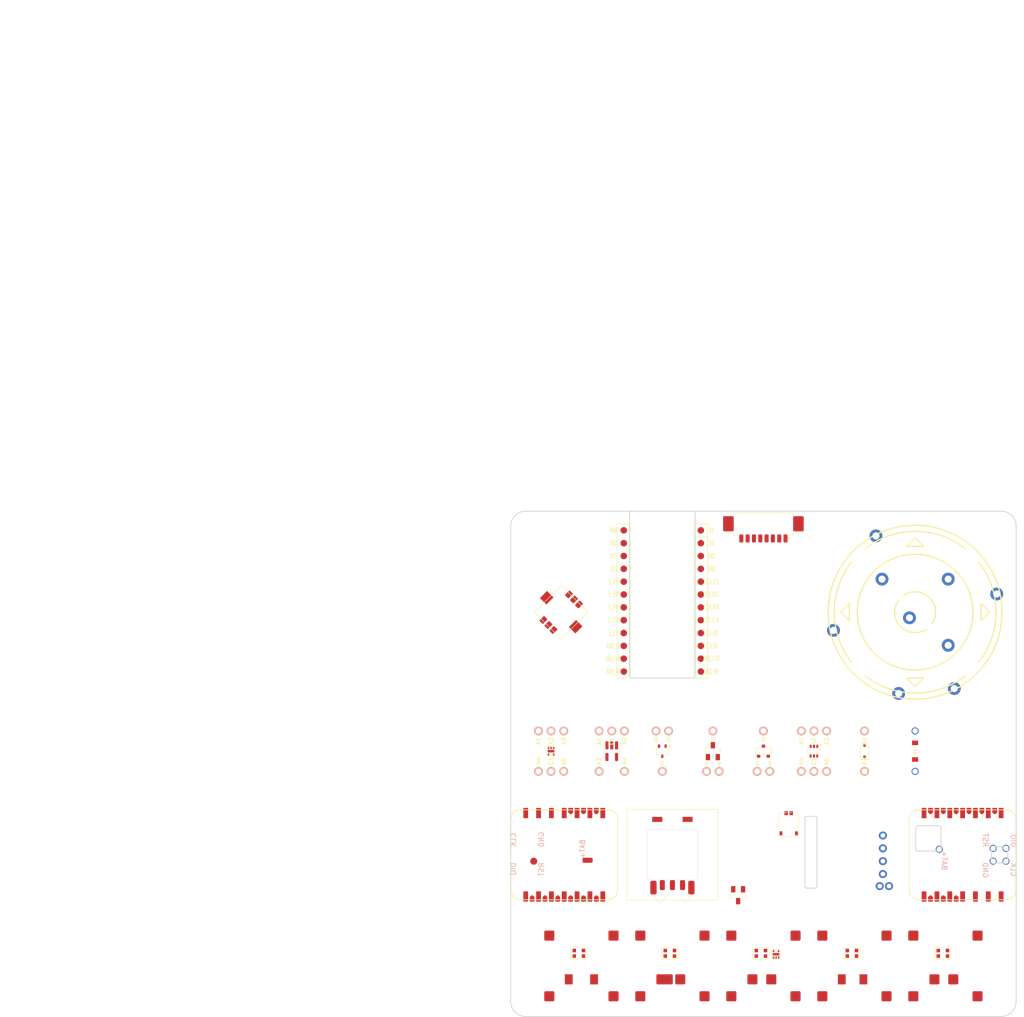
<source format=kicad_pcb>
(kicad_pcb (version 20240108) (generator "ergogen") (generator_version "4.1.0")
  (title_block (title "utility_board") (date "2025-06-29") (rev "v1.0.0") (company "Unknown"))
  (layers (0 "F.Cu" signal) (31 "B.Cu" signal) (34 "B.Paste" user) (35 "F.Paste" user) (36 "B.SilkS" user "B.Silkscreen") (37 "F.SilkS" user "F.Silkscreen") (38 "B.Mask" user) (39 "F.Mask" user) (44 "Edge.Cuts" user))
  (net 0 "")
  (net 1 "ANO_B")
  (net 2 "GND")
  (net 3 "ANO_CTR")
  (net 4 "ANO_DN")
  (net 5 "ANO_RT")
  (net 6 "ANO_UP")
  (net 7 "ANO_LT")
  (net 8 "5_LT")
  (net 9 "5_CTR")
  (net 10 "5_DN")
  (net 11 "5_UP")
  (net 12 "5_RT")
  (net 13 "3V3")
  (net 14 "LCD_DIN")
  (net 15 "LCD_CLK")
  (net 16 "LCD_CS")
  (net 17 "LCD_DC")
  (net 18 "LCD_RST")
  (net 19 "LCD_BL")
  (net 20 "RAW")
  (net 21 "RST")
  (net 22 "P101")
  (net 23 "P102")
  (net 24 "P107")
  (net 25 "MCU1_24")
  (net 26 "MCU1_1")
  (net 27 "MCU1_23")
  (net 28 "MCU1_2")
  (net 29 "MCU1_22")
  (net 30 "MCU1_3")
  (net 31 "MCU1_21")
  (net 32 "MCU1_4")
  (net 33 "MCU1_20")
  (net 34 "MCU1_5")
  (net 35 "MCU1_19")
  (net 36 "MCU1_6")
  (net 37 "MCU1_18")
  (net 38 "MCU1_7")
  (net 39 "MCU1_17")
  (net 40 "MCU1_8")
  (net 41 "MCU1_16")
  (net 42 "MCU1_9")
  (net 43 "MCU1_15")
  (net 44 "MCU1_10")
  (net 45 "MCU1_14")
  (net 46 "MCU1_11")
  (net 47 "MCU1_13")
  (net 48 "MCU1_12")
  (net 49 "1A1")
  (net 50 "1A2")
  (net 51 "1A3")
  (net 52 "1A4")
  (net 53 "1A5")
  (net 54 "1C1")
  (net 55 "2A1")
  (net 56 "2A2")
  (net 57 "2A3")
  (net 58 "2A4")
  (net 59 "2C1")
  (net 60 "3P1")
  (net 61 "3P2")
  (net 62 "3P3")
  (net 63 "4A1")
  (net 64 "4A2")
  (net 65 "4C1")
  (net 66 "5A1")
  (net 67 "5A2")
  (net 68 "5C1")
  (net 69 "6P1")
  (net 70 "6P2")
  (net 71 "6P3")
  (net 72 "6P4")
  (net 73 "6P5")
  (net 74 "6P6")
  (net 75 "7P1")
  (net 76 "7P2")
  (net 77 "C0")
  (net 78 "ckw12_to")
  (net 79 "ckw12_a")
  (net 80 "ckw12_b")
  (net 81 "C1")
  (net 82 "scroll_to")
  (net 83 "scroll_a")
  (net 84 "scroll_b")
  (net 85 "R1")
  (net 86 "pinky_home")
  (net 87 "ring_home")
  (net 88 "C2")
  (net 89 "middle_home")
  (net 90 "C3")
  (net 91 "index_home")
  (net 92 "C4")
  (net 93 "inner_home")
  (net 94 "R0")
  (net 95 "5V")
  (net 96 "P0.02")
  (net 97 "P0.03")
  (net 98 "P0.28")
  (net 99 "P0.29")
  (net 100 "ckw_a")
  (net 101 "P1.15")
  (net 102 "P0.15")
  (net 103 "P0.19")
  (net 104 "P1.01")
  (net 105 "P0.31")
  (net 106 "ckw_b")
  (net 107 "DIO")
  (net 108 "CLK")
  (footprint "ceoloide:mounting_hole_npth" (layer "F.Cu") (at 103 197 0)
    (property "Reference" "MH1" hide)
    (pad "" np_thru_hole circle (at 0 0 0) (size 2.2 2.2) (drill 2.2) (layers "*.Cu" "*.Mask"))
  )
  (footprint "ceoloide:mounting_hole_npth" (layer "F.Cu") (at 103 103 0)
    (property "Reference" "MH2" hide)
    (pad "" np_thru_hole circle (at 0 0 0) (size 2.2 2.2) (drill 2.2) (layers "*.Cu" "*.Mask"))
  )
  (footprint "ceoloide:mounting_hole_npth" (layer "F.Cu") (at 197 197 0)
    (property "Reference" "MH3" hide)
    (pad "" np_thru_hole circle (at 0 0 0) (size 2.2 2.2) (drill 2.2) (layers "*.Cu" "*.Mask"))
  )
  (footprint "ceoloide:mounting_hole_npth" (layer "F.Cu") (at 197 103 0)
    (property "Reference" "MH4" hide)
    (pad "" np_thru_hole circle (at 0 0 0) (size 2.2 2.2) (drill 2.2) (layers "*.Cu" "*.Mask"))
  )
  (footprint "mousebites_25mm" (at 120 140 90) (layer F.Cu)
    (property "Reference" "XX1" hide)
    (pad "" np_thru_hole circle (at -0.05 1.11 90) (size 0.5 0.5) (drill 0.5) (layers "F&B.Cu" "*.Mask"))
    (pad "" np_thru_hole circle (at -0.05 -1.85 90) (size 0.5 0.5) (drill 0.5) (layers "F&B.Cu" "*.Mask"))
    (pad "" np_thru_hole circle (at -0.05 0.37 90) (size 0.5 0.5) (drill 0.5) (layers "F&B.Cu" "*.Mask"))
    (pad "" np_thru_hole circle (at -0.05 -0.37 90) (size 0.5 0.5) (drill 0.5) (layers "F&B.Cu" "*.Mask"))
    (pad "" np_thru_hole circle (at -0.05 1.85 90) (size 0.5 0.5) (drill 0.5) (layers "F&B.Cu" "*.Mask"))
    (pad "" np_thru_hole circle (at -0.05 -1.11 90) (size 0.5 0.5) (drill 0.5) (layers "F&B.Cu" "*.Mask"))
    (fp_text reference "REF**" hide)
    (fp_text value "mousebites 2mm" hide)
  )
  (footprint "mousebites_25mm" (at 150 140 90) (layer F.Cu)
    (property "Reference" "XX2" hide)
    (pad "" np_thru_hole circle (at -0.05 1.11 90) (size 0.5 0.5) (drill 0.5) (layers "F&B.Cu" "*.Mask"))
    (pad "" np_thru_hole circle (at -0.05 -1.85 90) (size 0.5 0.5) (drill 0.5) (layers "F&B.Cu" "*.Mask"))
    (pad "" np_thru_hole circle (at -0.05 0.37 90) (size 0.5 0.5) (drill 0.5) (layers "F&B.Cu" "*.Mask"))
    (pad "" np_thru_hole circle (at -0.05 -0.37 90) (size 0.5 0.5) (drill 0.5) (layers "F&B.Cu" "*.Mask"))
    (pad "" np_thru_hole circle (at -0.05 1.85 90) (size 0.5 0.5) (drill 0.5) (layers "F&B.Cu" "*.Mask"))
    (pad "" np_thru_hole circle (at -0.05 -1.11 90) (size 0.5 0.5) (drill 0.5) (layers "F&B.Cu" "*.Mask"))
    (fp_text reference "REF**" hide)
    (fp_text value "mousebites 2mm" hide)
  )
  (footprint "mousebites_25mm" (at 180 140 90) (layer F.Cu)
    (property "Reference" "XX3" hide)
    (pad "" np_thru_hole circle (at -0.05 1.11 90) (size 0.5 0.5) (drill 0.5) (layers "F&B.Cu" "*.Mask"))
    (pad "" np_thru_hole circle (at -0.05 -1.85 90) (size 0.5 0.5) (drill 0.5) (layers "F&B.Cu" "*.Mask"))
    (pad "" np_thru_hole circle (at -0.05 0.37 90) (size 0.5 0.5) (drill 0.5) (layers "F&B.Cu" "*.Mask"))
    (pad "" np_thru_hole circle (at -0.05 -0.37 90) (size 0.5 0.5) (drill 0.5) (layers "F&B.Cu" "*.Mask"))
    (pad "" np_thru_hole circle (at -0.05 1.85 90) (size 0.5 0.5) (drill 0.5) (layers "F&B.Cu" "*.Mask"))
    (pad "" np_thru_hole circle (at -0.05 -1.11 90) (size 0.5 0.5) (drill 0.5) (layers "F&B.Cu" "*.Mask"))
    (fp_text reference "REF**" hide)
    (fp_text value "mousebites 2mm" hide)
  )
  (footprint "mousebites_25mm" (at 120 155 90) (layer F.Cu)
    (property "Reference" "XX4" hide)
    (pad "" np_thru_hole circle (at -0.05 1.11 90) (size 0.5 0.5) (drill 0.5) (layers "F&B.Cu" "*.Mask"))
    (pad "" np_thru_hole circle (at -0.05 -1.85 90) (size 0.5 0.5) (drill 0.5) (layers "F&B.Cu" "*.Mask"))
    (pad "" np_thru_hole circle (at -0.05 0.37 90) (size 0.5 0.5) (drill 0.5) (layers "F&B.Cu" "*.Mask"))
    (pad "" np_thru_hole circle (at -0.05 -0.37 90) (size 0.5 0.5) (drill 0.5) (layers "F&B.Cu" "*.Mask"))
    (pad "" np_thru_hole circle (at -0.05 1.85 90) (size 0.5 0.5) (drill 0.5) (layers "F&B.Cu" "*.Mask"))
    (pad "" np_thru_hole circle (at -0.05 -1.11 90) (size 0.5 0.5) (drill 0.5) (layers "F&B.Cu" "*.Mask"))
    (fp_text reference "REF**" hide)
    (fp_text value "mousebites 2mm" hide)
  )
  (footprint "mousebites_25mm" (at 150 155 90) (layer F.Cu)
    (property "Reference" "XX5" hide)
    (pad "" np_thru_hole circle (at -0.05 1.11 90) (size 0.5 0.5) (drill 0.5) (layers "F&B.Cu" "*.Mask"))
    (pad "" np_thru_hole circle (at -0.05 -1.85 90) (size 0.5 0.5) (drill 0.5) (layers "F&B.Cu" "*.Mask"))
    (pad "" np_thru_hole circle (at -0.05 0.37 90) (size 0.5 0.5) (drill 0.5) (layers "F&B.Cu" "*.Mask"))
    (pad "" np_thru_hole circle (at -0.05 -0.37 90) (size 0.5 0.5) (drill 0.5) (layers "F&B.Cu" "*.Mask"))
    (pad "" np_thru_hole circle (at -0.05 1.85 90) (size 0.5 0.5) (drill 0.5) (layers "F&B.Cu" "*.Mask"))
    (pad "" np_thru_hole circle (at -0.05 -1.11 90) (size 0.5 0.5) (drill 0.5) (layers "F&B.Cu" "*.Mask"))
    (fp_text reference "REF**" hide)
    (fp_text value "mousebites 2mm" hide)
  )
  (footprint "mousebites_25mm" (at 180 155 90) (layer F.Cu)
    (property "Reference" "XX6" hide)
    (pad "" np_thru_hole circle (at -0.05 1.11 90) (size 0.5 0.5) (drill 0.5) (layers "F&B.Cu" "*.Mask"))
    (pad "" np_thru_hole circle (at -0.05 -1.85 90) (size 0.5 0.5) (drill 0.5) (layers "F&B.Cu" "*.Mask"))
    (pad "" np_thru_hole circle (at -0.05 0.37 90) (size 0.5 0.5) (drill 0.5) (layers "F&B.Cu" "*.Mask"))
    (pad "" np_thru_hole circle (at -0.05 -0.37 90) (size 0.5 0.5) (drill 0.5) (layers "F&B.Cu" "*.Mask"))
    (pad "" np_thru_hole circle (at -0.05 1.85 90) (size 0.5 0.5) (drill 0.5) (layers "F&B.Cu" "*.Mask"))
    (pad "" np_thru_hole circle (at -0.05 -1.11 90) (size 0.5 0.5) (drill 0.5) (layers "F&B.Cu" "*.Mask"))
    (fp_text reference "REF**" hide)
    (fp_text value "mousebites 2mm" hide)
  )
  (footprint "ENCODER_ANO" (at 180 120 45) (layer "F.Cu")
    (property "Reference" "RE1" hide)
    (pad "" np_thru_hole circle (at -15 0 45) (size 4 4) (drill 4) (layers "*.Cu" "*.Mask"))
    (pad "" np_thru_hole circle (at 0 -15 45) (size 4 4) (drill 4) (layers "*.Cu" "*.Mask"))
    (pad "" np_thru_hole circle (at 0 -4.5 45) (size 1.6 1.6) (drill 1.6) (layers "*.Cu" "*.Mask"))
    (pad "" np_thru_hole circle (at 0 4.5 45) (size 1.6 1.6) (drill 1.6) (layers "*.Cu" "*.Mask"))
    (pad "" np_thru_hole circle (at 0 15 45) (size 4 4) (drill 4) (layers "*.Cu" "*.Mask"))
    (pad "" np_thru_hole circle (at 15 0 45) (size 4 4) (drill 4) (layers "*.Cu" "*.Mask"))
    (pad "A" thru_hole circle (at 0 9.26 45) (size 2.54 2.54) (drill 1.4) (layers "*.Cu" "*.Mask") (net 1 "ANO_B"))
    (pad "B" thru_hole circle (at 9.26 0 45) (size 2.54 2.54) (drill 1.4) (layers "*.Cu" "*.Mask") (net 1 "ANO_B"))
    (pad "COM_A" thru_hole circle (at 0 -9.26 45) (size 2.54 2.54) (drill 1.4) (layers "*.Cu" "*.Mask") (net 2 "GND"))
    (pad "COM_B" thru_hole circle (at -13.67 9.07 45) (size 2.54 2.54) (drill 1.4) (layers "*.Cu" "*.Mask") (net 2 "GND"))
    (pad "S1" thru_hole circle (at -1.57 0 45) (size 2.54 2.54) (drill 1.4) (layers "*.Cu" "*.Mask") (net 3 "ANO_CTR"))
    (pad "S2" thru_hole circle (at -5.2 16.16 45) (size 2.54 2.54) (drill 1.4) (layers "*.Cu" "*.Mask") (net 4 "ANO_DN"))
    (pad "S3" thru_hole circle (at 13.97 8.87 45) (size 2.54 2.54) (drill 1.4) (layers "*.Cu" "*.Mask") (net 5 "ANO_RT"))
    (pad "S4" thru_hole circle (at 5.2 -16.16 45) (size 2.54 2.54) (drill 1.4) (layers "*.Cu" "*.Mask") (net 6 "ANO_UP"))
    (pad "S5" thru_hole circle (at -13.97 -8.87 45) (size 2.54 2.54) (drill 1.4) (layers "*.Cu" "*.Mask") (net 7 "ANO_LT"))
  )
  (footprint "SKRHADE010_naked" (at 110 120 0) (layer "F.Cu")
    (property "Reference" "MDS1" hide)
    (pad "" smd rect (at -2.863782 -2.863782 45) (size 2 1.8) (layers "F.Cu" "F.Mask" "F.Paste"))
    (pad "" np_thru_hole circle (at -1.343503 -1.343503 45) (size 0.75 0.75) (drill 0.75) (layers "F&B.Cu" "*.Mask"))
    (pad "" np_thru_hole circle (at 1.343503 1.343503 45) (size 1.05 1.05) (drill 1.05) (layers "F&B.Cu" "*.Mask"))
    (pad "" smd rect (at 2.863782 2.863782 45) (size 2 1.8) (layers "F.Cu" "F.Mask" "F.Paste"))
    (pad "1" smd roundrect (at -3.517856 1.537957 45) (size 1.35 1) (layers "F.Cu" "F.Mask" "F.Paste") (roundrect_rratio 0.15) (net 8 "5_LT"))
    (pad "2" smd roundrect (at -2.527907 2.527907 45) (size 1.35 1) (layers "F.Cu" "F.Mask" "F.Paste") (roundrect_rratio 0.15) (net 9 "5_CTR"))
    (pad "3" smd roundrect (at -1.537957 3.517856 45) (size 1.35 1) (layers "F.Cu" "F.Mask" "F.Paste") (roundrect_rratio 0.15) (net 10 "5_DN"))
    (pad "4" smd roundrect (at 1.537957 -3.517856 45) (size 1.35 1) (layers "F.Cu" "F.Mask" "F.Paste") (roundrect_rratio 0.15) (net 11 "5_UP"))
    (pad "5" smd roundrect (at 2.527907 -2.527907 45) (size 1.35 1) (layers "F.Cu" "F.Mask" "F.Paste") (roundrect_rratio 0.15) (net 2 "GND"))
    (pad "6" smd roundrect (at 3.517856 -1.537957 45) (size 1.35 1) (layers "F.Cu" "F.Mask" "F.Paste") (roundrect_rratio 0.15) (net 12 "5_RT"))
  )
  (footprint "Molex_PicoBlade_53261-0871_1x08-1MP_P1.25mm_Horizontal" (at 150 103 180) (layer "F.Cu")
    (property "Reference" "CONN1" hide)
    (pad "1" smd roundrect (at -4.375 -2.4 180) (size 0.8 1.6) (layers "F.Cu" "F.Mask" "F.Paste") (net 13 "3V3"))
    (pad "2" smd roundrect (at -3.125 -2.4 180) (size 0.8 1.6) (layers "F.Cu" "F.Mask" "F.Paste") (net 2 "GND"))
    (pad "3" smd roundrect (at -1.875 -2.4 180) (size 0.8 1.6) (layers "F.Cu" "F.Mask" "F.Paste") (net 14 "LCD_DIN"))
    (pad "4" smd roundrect (at -0.625 -2.4 180) (size 0.8 1.6) (layers "F.Cu" "F.Mask" "F.Paste") (net 15 "LCD_CLK"))
    (pad "5" smd roundrect (at 0.625 -2.4 180) (size 0.8 1.6) (layers "F.Cu" "F.Mask" "F.Paste") (net 16 "LCD_CS"))
    (pad "6" smd roundrect (at 1.875 -2.4 180) (size 0.8 1.6) (layers "F.Cu" "F.Mask" "F.Paste") (net 17 "LCD_DC"))
    (pad "7" smd roundrect (at 3.125 -2.4 180) (size 0.8 1.6) (layers "F.Cu" "F.Mask" "F.Paste") (net 18 "LCD_RST"))
    (pad "8" smd roundrect (at 4.375 -2.4 180) (size 0.8 1.6) (layers "F.Cu" "F.Mask" "F.Paste") (net 19 "LCD_BL"))
    (pad "MP" smd roundrect (at -6.925 0.5 180) (size 2.1 3) (layers "F.Cu" "F.Mask" "F.Paste") (roundrect_rratio 0.119048) (net 0 ""))
    (pad "MP" smd roundrect (at 6.925 0.5 180) (size 2.1 3) (layers "F.Cu" "F.Mask" "F.Paste") (roundrect_rratio 0.119048) (net 0 ""))
  )
  (footprint "ceoloide:mcu_nice_nano" (layer "F.Cu") (at 130 116.5 0)
    (property "Reference" "MCU1" hide)
    (pad "24" smd circle (at -7.62 -12.7 0) (size 1.3 1.3) (drill 1) (layers "F.Cu" "F.Mask" "F.Paste") (net 20 "RAW"))
    (pad "1" smd circle (at 7.62 -12.7 0) (size 1.3 1.3) (drill 1) (layers "F.Cu" "F.Mask" "F.Paste") (net 0 ""))
    (fp_text user "RAW" (at -9.7 -12.7 0) (layer "F.SilkS") (effects (font (size 1 .5) (thickness 0.1))))
    (fp_text user "D1" (at 9.7 -12.7 0) (layer "F.SilkS") (effects (font (size 1 .5) (thickness 0.1))))
    (pad "23" smd circle (at -7.62 -10.16 0) (size 1.3 1.3) (drill 1) (layers "F.Cu" "F.Mask" "F.Paste") (net 2 "GND"))
    (pad "2" smd circle (at 7.62 -10.16 0) (size 1.3 1.3) (drill 1) (layers "F.Cu" "F.Mask" "F.Paste") (net 0 ""))
    (fp_text user "GND" (at -9.7 -10.16 0) (layer "F.SilkS") (effects (font (size 1 .5) (thickness 0.1))))
    (fp_text user "D0" (at 9.7 -10.16 0) (layer "F.SilkS") (effects (font (size 1 .5) (thickness 0.1))))
    (pad "22" smd circle (at -7.62 -7.619999999999999 0) (size 1.3 1.3) (drill 1) (layers "F.Cu" "F.Mask" "F.Paste") (net 21 "RST"))
    (pad "3" smd circle (at 7.62 -7.619999999999999 0) (size 1.3 1.3) (drill 1) (layers "F.Cu" "F.Mask" "F.Paste") (net 2 "GND"))
    (fp_text user "RST" (at -9.7 -7.619999999999999 0) (layer "F.SilkS") (effects (font (size 1 .5) (thickness 0.1))))
    (fp_text user "GND" (at 9.7 -7.619999999999999 0) (layer "F.SilkS") (effects (font (size 1 .5) (thickness 0.1))))
    (pad "21" smd circle (at -7.62 -5.079999999999999 0) (size 1.3 1.3) (drill 1) (layers "F.Cu" "F.Mask" "F.Paste") (net 13 "3V3"))
    (pad "4" smd circle (at 7.62 -5.079999999999999 0) (size 1.3 1.3) (drill 1) (layers "F.Cu" "F.Mask" "F.Paste") (net 2 "GND"))
    (fp_text user "3V3" (at -9.7 -5.079999999999999 0) (layer "F.SilkS") (effects (font (size 1 .5) (thickness 0.1))))
    (fp_text user "GND" (at 9.7 -5.079999999999999 0) (layer "F.SilkS") (effects (font (size 1 .5) (thickness 0.1))))
    (pad "20" smd circle (at -7.62 -2.539999999999999 0) (size 1.3 1.3) (drill 1) (layers "F.Cu" "F.Mask" "F.Paste") (net 12 "5_RT"))
    (pad "5" smd circle (at 7.62 -2.539999999999999 0) (size 1.3 1.3) (drill 1) (layers "F.Cu" "F.Mask" "F.Paste") (net 16 "LCD_CS"))
    (fp_text user "5_RT" (at -9.7 -2.539999999999999 0) (layer "F.SilkS") (effects (font (size 1 .5) (thickness 0.1))))
    (fp_text user "LCD_CS" (at 9.7 -2.539999999999999 0) (layer "F.SilkS") (effects (font (size 1 .5) (thickness 0.1))))
    (pad "19" smd circle (at -7.62 0 0) (size 1.3 1.3) (drill 1) (layers "F.Cu" "F.Mask" "F.Paste") (net 11 "5_UP"))
    (pad "6" smd circle (at 7.62 0 0) (size 1.3 1.3) (drill 1) (layers "F.Cu" "F.Mask" "F.Paste") (net 18 "LCD_RST"))
    (fp_text user "5_UP" (at -9.7 0 0) (layer "F.SilkS") (effects (font (size 1 .5) (thickness 0.1))))
    (fp_text user "LCD_RST" (at 9.7 0 0) (layer "F.SilkS") (effects (font (size 1 .5) (thickness 0.1))))
    (pad "18" smd circle (at -7.62 2.540000000000001 0) (size 1.3 1.3) (drill 1) (layers "F.Cu" "F.Mask" "F.Paste") (net 10 "5_DN"))
    (pad "7" smd circle (at 7.62 2.540000000000001 0) (size 1.3 1.3) (drill 1) (layers "F.Cu" "F.Mask" "F.Paste") (net 14 "LCD_DIN"))
    (fp_text user "5_DN" (at -9.7 2.540000000000001 0) (layer "F.SilkS") (effects (font (size 1 .5) (thickness 0.1))))
    (fp_text user "LCD_DIN" (at 9.7 2.540000000000001 0) (layer "F.SilkS") (effects (font (size 1 .5) (thickness 0.1))))
    (pad "17" smd circle (at -7.62 5.080000000000002 0) (size 1.3 1.3) (drill 1) (layers "F.Cu" "F.Mask" "F.Paste") (net 9 "5_CTR"))
    (pad "8" smd circle (at 7.62 5.080000000000002 0) (size 1.3 1.3) (drill 1) (layers "F.Cu" "F.Mask" "F.Paste") (net 15 "LCD_CLK"))
    (fp_text user "5_CTR" (at -9.7 5.080000000000002 0) (layer "F.SilkS") (effects (font (size 1 .5) (thickness 0.1))))
    (fp_text user "LCD_CLK" (at 9.7 5.080000000000002 0) (layer "F.SilkS") (effects (font (size 1 .5) (thickness 0.1))))
    (pad "16" smd circle (at -7.62 7.620000000000001 0) (size 1.3 1.3) (drill 1) (layers "F.Cu" "F.Mask" "F.Paste") (net 8 "5_LT"))
    (pad "9" smd circle (at 7.62 7.620000000000001 0) (size 1.3 1.3) (drill 1) (layers "F.Cu" "F.Mask" "F.Paste") (net 17 "LCD_DC"))
    (fp_text user "5_LT" (at -9.7 7.620000000000001 0) (layer "F.SilkS") (effects (font (size 1 .5) (thickness 0.1))))
    (fp_text user "LCD_DC" (at 9.7 7.620000000000001 0) (layer "F.SilkS") (effects (font (size 1 .5) (thickness 0.1))))
    (pad "15" smd circle (at -7.62 10.16 0) (size 1.3 1.3) (drill 1) (layers "F.Cu" "F.Mask" "F.Paste") (net 7 "ANO_LT"))
    (pad "10" smd circle (at 7.62 10.16 0) (size 1.3 1.3) (drill 1) (layers "F.Cu" "F.Mask" "F.Paste") (net 19 "LCD_BL"))
    (fp_text user "ANO_LT" (at -9.7 10.16 0) (layer "F.SilkS") (effects (font (size 1 .5) (thickness 0.1))))
    (fp_text user "LCD_BL" (at 9.7 10.16 0) (layer "F.SilkS") (effects (font (size 1 .5) (thickness 0.1))))
    (pad "14" smd circle (at -7.62 12.7 0) (size 1.3 1.3) (drill 1) (layers "F.Cu" "F.Mask" "F.Paste") (net 6 "ANO_UP"))
    (pad "11" smd circle (at 7.62 12.7 0) (size 1.3 1.3) (drill 1) (layers "F.Cu" "F.Mask" "F.Paste") (net 3 "ANO_CTR"))
    (fp_text user "ANO_UP" (at -9.7 12.7 0) (layer "F.SilkS") (effects (font (size 1 .5) (thickness 0.1))))
    (fp_text user "ANO_CTR" (at 9.7 12.7 0) (layer "F.SilkS") (effects (font (size 1 .5) (thickness 0.1))))
    (pad "13" smd circle (at -7.62 15.240000000000002 0) (size 1.3 1.3) (drill 1) (layers "F.Cu" "F.Mask" "F.Paste") (net 5 "ANO_RT"))
    (pad "12" smd circle (at 7.62 15.240000000000002 0) (size 1.3 1.3) (drill 1) (layers "F.Cu" "F.Mask" "F.Paste") (net 4 "ANO_DN"))
    (fp_text user "ANO_RT" (at -9.7 15.240000000000002 0) (layer "F.SilkS") (effects (font (size 1 .5) (thickness 0.1))))
    (fp_text user "ANO_DN" (at 9.7 15.240000000000002 0) (layer "F.SilkS") (effects (font (size 1 .5) (thickness 0.1))))
  )
  (footprint "D_MMBD4148PLM" (at 108 147.5 0) (layer F.Cu)
    (property "Reference" "D1" hide)
    (pad "1" smd roundrect (at -0.5 -0.6875 180) (size 0.3 0.525) (layers "F.Cu" "F.Mask" "F.Paste") (roundrect_rratio 0.15) (net 49 "1A1"))
    (pad "2" smd roundrect (at 0 -0.6875 180) (size 0.3 0.525) (layers "F.Cu" "F.Mask" "F.Paste") (roundrect_rratio 0.15) (net 50 "1A2"))
    (pad "3" smd roundrect (at 0.5 -0.6875 180) (size 0.3 0.525) (layers "F.Cu" "F.Mask" "F.Paste") (roundrect_rratio 0.15) (net 51 "1A3"))
    (pad "4" smd roundrect (at -0.5 0.6875 180) (size 0.3 0.525) (layers "F.Cu" "F.Mask" "F.Paste") (roundrect_rratio 0.15) (net 52 "1A4"))
    (pad "5" smd roundrect (at 0.5 0.6875 180) (size 0.3 0.525) (layers "F.Cu" "F.Mask" "F.Paste") (roundrect_rratio 0.15) (net 53 "1A5"))
    (pad "6" smd roundrect (at 0 0 180) (size 1.3 0.5) (layers "F.Cu" "F.Mask" "F.Paste") (roundrect_rratio 0.15) (net 54 "1C1"))
  )
  (module 5diode_Breakout_Holes (layer F.Cu) (at 108 147.5 0)
    (fp_text reference "XX7" hide)
    (fp_text value "" hide)
    (fp_text user A1 (at -2.5 -2 90) (layer F.SilkS) (effects (font (size 0.8 0.8))))
    (fp_text user A2 (at 0 -2 90) (layer F.SilkS) (effects (font (size 0.8 0.8))))
    (fp_text user A3 (at 2.5 -2 90) (layer F.SilkS) (effects (font (size 0.8 0.8))))
    (fp_text user A4 (at -2.5 2 90) (layer F.SilkS) (effects (font (size 0.8 0.8))))
    (fp_text user A5 (at 2.5 2 90) (layer F.SilkS) (effects (font (size 0.8 0.8))))
    (fp_text user C1 (at 0 2 90) (layer F.SilkS) (effects (font (size 0.8 0.8))))
    (pad 1 thru_hole circle (at -2.5 -4 0) (size 1.7526 1.7526) (drill 1.0922) (layers *.Cu *.SilkS *.Mask) (net 49 "1A1"))
    (pad 2 thru_hole circle (at 0 -4 0) (size 1.7526 1.7526) (drill 1.0922) (layers *.Cu *.SilkS *.Mask) (net 50 "1A2"))
    (pad 3 thru_hole circle (at 2.5 -4 0) (size 1.7526 1.7526) (drill 1.0922) (layers *.Cu *.SilkS *.Mask) (net 51 "1A3"))
    (pad 4 thru_hole circle (at -2.5 4 0) (size 1.7526 1.7526) (drill 1.0922) (layers *.Cu *.SilkS *.Mask) (net 52 "1A4"))
    (pad 6 thru_hole circle (at 2.5 4 0) (size 1.7526 1.7526) (drill 1.0922) (layers *.Cu *.SilkS *.Mask) (net 53 "1A5"))
    (pad 5 thru_hole circle (at 0 4 0) (size 1.7526 1.7526) (drill 1.0922) (layers *.Cu *.SilkS *.Mask) (net 54 "1C1"))
  )
  (footprint "SC-74A-5_1.55x2.9mm_P0.95mm" (at 120 147.5 -90) (layer "F.Cu")
    (property "Reference" "XX8" hide)
    (pad "1" smd roundrect (at -1.15 -0.95 -90) (size 1.6 0.6) (layers "F.Cu" "F.Mask" "F.Paste") (net 55 "2A1"))
    (pad "2" smd roundrect (at -1.15 0 -90) (size 1.6 0.6) (layers "F.Cu" "F.Mask" "F.Paste") (net 59 "2C1"))
    (pad "3" smd roundrect (at -1.15 0.95 -90) (size 1.6 0.6) (layers "F.Cu" "F.Mask" "F.Paste") (net 56 "2A2"))
    (pad "4" smd roundrect (at 1.15 0.95 -90) (size 1.6 0.6) (layers "F.Cu" "F.Mask" "F.Paste") (net 57 "2A3"))
    (pad "5" smd roundrect (at 1.15 -0.95 -90) (size 1.6 0.6) (layers "F.Cu" "F.Mask" "F.Paste") (net 58 "2A4"))
  )
  (module 5diode_Breakout_Holes (layer F.Cu) (at 120 147.5 0)
    (fp_text reference "XX9" hide)
    (fp_text value "" hide)
    (fp_text user A1 (at -2.5 -2 90) (layer F.SilkS) (effects (font (size 0.8 0.8))))
    (fp_text user C1 (at 0 -2 90) (layer F.SilkS) (effects (font (size 0.8 0.8))))
    (fp_text user A2 (at 2.5 -2 90) (layer F.SilkS) (effects (font (size 0.8 0.8))))
    (fp_text user A3 (at -2.5 2 90) (layer F.SilkS) (effects (font (size 0.8 0.8))))
    (fp_text user A4 (at 2.5 2 90) (layer F.SilkS) (effects (font (size 0.8 0.8))))
    (pad 1 thru_hole circle (at -2.5 -4 0) (size 1.7526 1.7526) (drill 1.0922) (layers *.Cu *.SilkS *.Mask) (net 56 "2A2"))
    (pad 2 thru_hole circle (at 0 -4 0) (size 1.7526 1.7526) (drill 1.0922) (layers *.Cu *.SilkS *.Mask) (net 59 "2C1"))
    (pad 3 thru_hole circle (at 2.5 -4 0) (size 1.7526 1.7526) (drill 1.0922) (layers *.Cu *.SilkS *.Mask) (net 55 "2A1"))
    (pad 4 thru_hole circle (at -2.5 4 0) (size 1.7526 1.7526) (drill 1.0922) (layers *.Cu *.SilkS *.Mask) (net 57 "2A3"))
    (pad 5 thru_hole circle (at 2.5 4 0) (size 1.7526 1.7526) (drill 1.0922) (layers *.Cu *.SilkS *.Mask) (net 58 "2A4"))
  )
  (footprint "SOT-323_SC-70" (at 130 147.5 -90) (layer "F.Cu")
    (property "Reference" "XX10" hide)
    (pad "1" smd roundrect (at -1 -0.65 180) (size 0.45 0.7) (layers "F.Cu" "F.Mask" "F.Paste") (net 60 "3P1"))
    (pad "2" smd roundrect (at -1 0.65 180) (size 0.45 0.7) (layers "F.Cu" "F.Mask" "F.Paste") (net 61 "3P2"))
    (pad "3" smd roundrect (at 1 0 180) (size 0.45 0.7) (layers "F.Cu" "F.Mask" "F.Paste") (net 62 "3P3"))
  )
  (module 5diode_Breakout_Holes (layer F.Cu) (at 130 147.5 0)
    (fp_text reference "XX11" hide)
    (fp_text value "" hide)
    (fp_text user A1 (at 1.25 -2.4 90) (layer F.SilkS) (effects (font (size 0.5 0.5))))
    (fp_text user A2 (at -1.25 -2.4 90) (layer F.SilkS) (effects (font (size 0.5 0.5))))
    (fp_text user C1 (at 0 2.4 90) (layer F.SilkS) (effects (font (size 0.5 0.5))))
    (pad 1 thru_hole circle (at 1.25 -4 0) (size 1.7526 1.7526) (drill 1.0922) (layers *.Cu *.SilkS *.Mask) (net 60 "3P1"))
    (pad 2 thru_hole circle (at -1.25 -4 0) (size 1.7526 1.7526) (drill 1.0922) (layers *.Cu *.SilkS *.Mask) (net 61 "3P2"))
    (pad 3 thru_hole circle (at 0 4 0) (size 1.7526 1.7526) (drill 1.0922) (layers *.Cu *.SilkS *.Mask) (net 62 "3P3"))
  )
  (footprint "BAV70 SOT23" (layer "F.Cu") (at 140 147.5 0)
    (property "Reference" "D2" hide)
    (fp_text value "BAV70")
    (pad "1" smd roundrect (at -0.9749999999999999 1.175 0) (size 0.85 1.25) (layers "F.Cu" "F.Paste" "F.Mask") (roundrect_rratio 0.1) (net 63 "4A1"))
    (pad "2" smd roundrect (at 0.9749999999999999 1.175 0) (size 0.85 1.25) (layers "F.Cu" "F.Paste" "F.Mask") (roundrect_rratio 0.1) (net 64 "4A2"))
    (pad "3" smd roundrect (at 0 -1.175 0) (size 0.85 1.25) (layers "F.Cu" "F.Paste" "F.Mask") (roundrect_rratio 0.1) (net 65 "4C1"))
  )
  (module 5diode_Breakout_Holes (layer F.Cu) (at 140 147.5 180)
    (fp_text reference "XX12" hide)
    (fp_text value "" hide)
    (fp_text user A1 (at 1.25 -2.4 270) (layer F.SilkS) (effects (font (size 0.5 0.5))))
    (fp_text user A2 (at -1.25 -2.4 270) (layer F.SilkS) (effects (font (size 0.5 0.5))))
    (fp_text user C1 (at 0 2.4 270) (layer F.SilkS) (effects (font (size 0.5 0.5))))
    (pad 1 thru_hole circle (at 1.25 -4 0) (size 1.7526 1.7526) (drill 1.0922) (layers *.Cu *.SilkS *.Mask) (net 63 "4A1"))
    (pad 2 thru_hole circle (at -1.25 -4 0) (size 1.7526 1.7526) (drill 1.0922) (layers *.Cu *.SilkS *.Mask) (net 64 "4A2"))
    (pad 3 thru_hole circle (at 0 4 0) (size 1.7526 1.7526) (drill 1.0922) (layers *.Cu *.SilkS *.Mask) (net 65 "4C1"))
  )
  (footprint "SOT-23" (at 150 147.5 0) (layer F.Cu)
    (property "Reference" "D3" hide)
    (pad "1" smd roundrect (at -0.95 1 0) (size 0.7 0.6) (layers "F.Cu" "F.Mask" "F.Paste") (net 66 "5A1"))
    (pad "2" smd roundrect (at 0.95 1 0) (size 0.7 0.6) (layers "F.Cu" "F.Mask" "F.Paste") (net 67 "5A2"))
    (pad "3" smd roundrect (at 0 -1 0) (size 0.7 0.6) (layers "F.Cu" "F.Mask" "F.Paste") (net 68 "5C1"))
  )
  (module 5diode_Breakout_Holes (layer F.Cu) (at 150 147.5 180)
    (fp_text reference "XX13" hide)
    (fp_text value "" hide)
    (fp_text user A1 (at 1.25 -2.4 270) (layer F.SilkS) (effects (font (size 0.5 0.5))))
    (fp_text user A2 (at -1.25 -2.4 270) (layer F.SilkS) (effects (font (size 0.5 0.5))))
    (fp_text user C1 (at 0 2.4 270) (layer F.SilkS) (effects (font (size 0.5 0.5))))
    (pad 1 thru_hole circle (at 1.25 -4 0) (size 1.7526 1.7526) (drill 1.0922) (layers *.Cu *.SilkS *.Mask) (net 66 "5A1"))
    (pad 2 thru_hole circle (at -1.25 -4 0) (size 1.7526 1.7526) (drill 1.0922) (layers *.Cu *.SilkS *.Mask) (net 67 "5A2"))
    (pad 3 thru_hole circle (at 0 4 0) (size 1.7526 1.7526) (drill 1.0922) (layers *.Cu *.SilkS *.Mask) (net 68 "5C1"))
  )
  (footprint "SOT-363_SC-70-6" (at 160 147.5 -90) (layer "F.Cu")
    (property "Reference" "XX14" hide)
    (pad "1" smd roundrect (at -0.95 -0.65 -90) (size 0.65 0.4) (layers "F.Cu" "F.Mask" "F.Paste") (net 69 "6P1"))
    (pad "2" smd roundrect (at -0.95 0 -90) (size 0.65 0.4) (layers "F.Cu" "F.Mask" "F.Paste") (net 70 "6P2"))
    (pad "3" smd roundrect (at -0.95 0.65 -90) (size 0.65 0.4) (layers "F.Cu" "F.Mask" "F.Paste") (net 71 "6P3"))
    (pad "4" smd roundrect (at 0.95 0.65 -90) (size 0.65 0.4) (layers "F.Cu" "F.Mask" "F.Paste") (net 72 "6P4"))
    (pad "5" smd roundrect (at 0.95 0 -90) (size 0.65 0.4) (layers "F.Cu" "F.Mask" "F.Paste") (net 73 "6P5"))
    (pad "6" smd roundrect (at 0.95 -0.65 -90) (size 0.65 0.4) (layers "F.Cu" "F.Mask" "F.Paste") (net 74 "6P6"))
  )
  (module 5diode_Breakout_Holes (layer F.Cu) (at 160 147.5 0)
    (fp_text reference "XX15" hide)
    (fp_text value "" hide)
    (fp_text user A1 (at -2.5 -2 90) (layer F.SilkS) (effects (font (size 0.8 0.8))))
    (fp_text user A2 (at 0 -2 90) (layer F.SilkS) (effects (font (size 0.8 0.8))))
    (fp_text user A3 (at 2.5 -2 90) (layer F.SilkS) (effects (font (size 0.8 0.8))))
    (fp_text user A4 (at -2.5 2 90) (layer F.SilkS) (effects (font (size 0.8 0.8))))
    (fp_text user A5 (at 2.5 2 90) (layer F.SilkS) (effects (font (size 0.8 0.8))))
    (fp_text user C1 (at 0 2 90) (layer F.SilkS) (effects (font (size 0.8 0.8))))
    (pad 1 thru_hole circle (at -2.5 -4 0) (size 1.7526 1.7526) (drill 1.0922) (layers *.Cu *.SilkS *.Mask) (net 71 "6P3"))
    (pad 2 thru_hole circle (at 0 -4 0) (size 1.7526 1.7526) (drill 1.0922) (layers *.Cu *.SilkS *.Mask) (net 70 "6P2"))
    (pad 3 thru_hole circle (at 2.5 -4 0) (size 1.7526 1.7526) (drill 1.0922) (layers *.Cu *.SilkS *.Mask) (net 69 "6P1"))
    (pad 4 thru_hole circle (at -2.5 4 0) (size 1.7526 1.7526) (drill 1.0922) (layers *.Cu *.SilkS *.Mask) (net 72 "6P4"))
    (pad 6 thru_hole circle (at 2.5 4 0) (size 1.7526 1.7526) (drill 1.0922) (layers *.Cu *.SilkS *.Mask) (net 74 "6P6"))
    (pad 5 thru_hole circle (at 0 4 0) (size 1.7526 1.7526) (drill 1.0922) (layers *.Cu *.SilkS *.Mask) (net 73 "6P5"))
  )
  (footprint "D_SOD-323F" (at 170 147.5 90) (layer F.Cu)
    (property "Reference" "D4" hide)
    (pad "1" smd roundrect (at -1.1 0 90) (size 0.5 0.5) (layers "F.Cu" "F.Mask" "F.Paste") (net 76 "7P2"))
    (pad "2" smd roundrect (at 1.1 0 90) (size 0.5 0.5) (layers "F.Cu" "F.Mask" "F.Paste") (net 75 "7P1"))
  )
  (module 5diode_Breakout_Holes (layer F.Cu) (at 170 147.5 0)
    (fp_text reference "XX16" hide)
    (fp_text value "" hide)
    (fp_text user A1 (at 0 -2 90) (layer F.SilkS) (effects (font (size 0.8 0.8))))
    (fp_text user P2 (at 0 2 90) (layer F.SilkS) (effects (font (size 0.8 0.8))))
    (pad 1 thru_hole circle (at 0 -4 0) (size 1.7526 1.7526) (drill 1.0922) (layers *.Cu *.SilkS *.Mask) (net 75 "7P1"))
    (pad 2 thru_hole circle (at 0 4 0) (size 1.7526 1.7526) (drill 1.0922) (layers *.Cu *.SilkS *.Mask) (net 76 "7P2"))
  )
  (footprint "ceoloide:diode_tht_sod123" (layer "F.Cu") (at 180 147.5 90)
    (property "Reference" "D5" hide)
    (pad "1" smd rect (at -1.65 0 90) (size 0.9 1.2) (layers "F.Cu" "F.Paste" "F.Mask") (net 0 ""))
    (pad "2" smd rect (at 1.65 0 90) (size 0.9 1.2) (layers "F.Cu" "F.Paste" "F.Mask") (net 0 ""))
  )
  (footprint "ceoloide:mounting_hole_plated" (layer "F.Cu") (at 180 151.5 0)
    (property "Reference" "H1" hide)
    (pad "" thru_hole circle (at 0 0 0) (size 1.4 1.4) (drill 1) (layers "*.Cu" "*.Mask"))
  )
  (footprint "ceoloide:mounting_hole_plated" (layer "F.Cu") (at 180 143.5 0)
    (property "Reference" "H2" hide)
    (pad "" thru_hole circle (at 0 0 0) (size 1.4 1.4) (drill 1) (layers "*.Cu" "*.Mask"))
  )
  (footprint "Molex_Pico_EZMate_Plus_1x02" (at 155 162 0) (layer "F.Cu")
    (property "Reference" "CONN2" hide)
    (pad "" smd roundrect (at -1.525 1.76 0) (size 0.55 0.8) (layers "F.Cu" "F.Mask" "F.Paste") (roundrect_rratio 0.15))
    (pad "" smd roundrect (at 1.525 1.76 0) (size 0.55 0.8) (layers "F.Cu" "F.Mask" "F.Paste") (roundrect_rratio 0.15))
    (pad "1" smd roundrect (at -0.5 -2.24 0) (size 0.7 0.8) (layers "F.Cu" "F.Mask" "F.Paste") (roundrect_rratio 0.15) (net 2 "GND"))
    (pad "2" smd roundrect (at 0.5 -2.24 0) (size 0.7 0.8) (layers "F.Cu" "F.Mask" "F.Paste") (roundrect_rratio 0.15) (net 20 "RAW"))
  )
  (footprint "CKW12" (at 132 168 -90) (layer "F.Cu")
    (property "Reference" "RE2" hide)
    (pad "" np_thru_hole circle (at -7 -7 0) (size 2.2 2.2) (drill 2.2) (layers "F&B.Cu" "*.Mask"))
    (pad "" np_thru_hole circle (at -7 7 0) (size 2.2 2.2) (drill 2.2) (layers "F&B.Cu" "*.Mask"))
    (pad "" smd roundrect (at 6.5 -3.75 -90) (size 2.7 1.25) (layers "F.Cu" "F.Mask" "F.Paste"))
    (pad "" smd roundrect (at 6.5 3.75 -90) (size 2.7 1.25) (layers "F.Cu" "F.Mask" "F.Paste"))
    (pad "" np_thru_hole circle (at 7 -7 0) (size 2.2 2.2) (drill 2.2) (layers "F&B.Cu" "*.Mask"))
    (pad "" np_thru_hole circle (at 7 7 0) (size 2.2 2.2) (drill 2.2) (layers "F&B.Cu" "*.Mask"))
    (pad "A" smd roundrect (at 6 2 -90) (size 2 1) (layers "F.Cu" "F.Mask" "F.Paste") (net 79 "ckw12_a"))
    (pad "B" smd roundrect (at 6 0 -90) (size 2 1) (layers "F.Cu" "F.Mask" "F.Paste") (net 2 "GND"))
    (pad "C" smd roundrect (at 6 -2 -90) (size 2 1) (layers "F.Cu" "F.Mask" "F.Paste") (net 80 "ckw12_b"))
    (pad "S1" smd rect (at -7 3 0) (size 2 1) (layers "F.Cu" "F.Mask" "F.Paste") (net 77 "C0"))
    (pad "S2" smd rect (at -7 -3 0) (size 2 1) (layers "F.Cu" "F.Mask" "F.Paste") (net 78 "ckw12_to"))
    (fp_line (start -5 4.5) (end -5 -4.5) (stroke (width 0.05)) (layer "Edge.Cuts"))
    (fp_line (start -4.5 -5) (end 4.5 -5) (stroke (width 0.05)) (layer "Edge.Cuts"))
    (fp_line (start -4.5 5) (end 4.5 5) (stroke (width 0.05)) (layer "Edge.Cuts"))
    (fp_line (start 4.5 5) (end 5 4.5) (stroke (width 0.05)) (layer "Edge.Cuts"))
    (fp_line (start 5 -4.5) (end 5 4.5) (stroke (width 0.05)) (layer "Edge.Cuts"))
    (fp_line (start 7.545076 -2.333604) (end 8.393604 -1.485076) (stroke (width 0.05)) (layer "Edge.Cuts"))
    (fp_line (start 7.54934 2.541472) (end 8.397868 3.39) (stroke (width 0.05)) (layer "Edge.Cuts"))
    (fp_line (start 8.393604 -3.394264) (end 7.545076 -2.545736) (stroke (width 0.05)) (layer "Edge.Cuts"))
    (fp_line (start 8.397868 1.480812) (end 7.54934 2.32934) (stroke (width 0.05)) (layer "Edge.Cuts"))
    (fp_line (start 8.605736 -3.394264) (end 9.454264 -2.545736) (stroke (width 0.05)) (layer "Edge.Cuts"))
    (fp_line (start 8.605736 -1.485076) (end 9.454264 -2.333604) (stroke (width 0.05)) (layer "Edge.Cuts"))
    (fp_line (start 8.61 1.480812) (end 9.458528 2.32934) (stroke (width 0.05)) (layer "Edge.Cuts"))
    (fp_line (start 8.61 3.39) (end 9.458528 2.541472) (stroke (width 0.05)) (layer "Edge.Cuts"))
    (fp_arc (start -5 -4.5) (mid -4.853553 -4.853553) (end -4.5 -5) (stroke (width 0.05)) (layer "Edge.Cuts"))
    (fp_arc (start -4.5 5) (mid -4.853553 4.853553) (end -5 4.5) (stroke (width 0.05)) (layer "Edge.Cuts"))
    (fp_arc (start 4.5 -5) (mid 4.853553 -4.853553) (end 5 -4.5) (stroke (width 0.05)) (layer "Edge.Cuts"))
    (fp_arc (start 7.545076 -2.333604) (mid 7.501142 -2.43967) (end 7.545076 -2.545736) (stroke (width 0.05)) (layer "Edge.Cuts"))
    (fp_arc (start 7.54934 2.541472) (mid 7.505406 2.435406) (end 7.54934 2.32934) (stroke (width 0.05)) (layer "Edge.Cuts"))
    (fp_arc (start 8.393604 -3.394264) (mid 8.49967 -3.438198) (end 8.605736 -3.394264) (stroke (width 0.05)) (layer "Edge.Cuts"))
    (fp_arc (start 8.397868 1.480812) (mid 8.503934 1.436878) (end 8.61 1.480812) (stroke (width 0.05)) (layer "Edge.Cuts"))
    (fp_arc (start 8.605736 -1.485076) (mid 8.49967 -1.441142) (end 8.393604 -1.485076) (stroke (width 0.05)) (layer "Edge.Cuts"))
    (fp_arc (start 8.61 3.39) (mid 8.503934 3.433934) (end 8.397868 3.39) (stroke (width 0.05)) (layer "Edge.Cuts"))
    (fp_arc (start 9.454264 -2.545736) (mid 9.498198 -2.43967) (end 9.454264 -2.333604) (stroke (width 0.05)) (layer "Edge.Cuts"))
    (fp_arc (start 9.458528 2.32934) (mid 9.502462 2.435406) (end 9.458528 2.541472) (stroke (width 0.05)) (layer "Edge.Cuts"))
  )
  (module RollerEncoder_Panasonic_EVQWGD001 (layer F.Cu) (at 168 168 180)
    (fp_text reference REF**)
    (fp_text value RollerEncoder_Panasonic_EVQWGD001)
    (fp_line (start 9.8 7.3) (end 9.8 -6.3) (layer Edge.Cuts) (width 0.15))
    (fp_line (start 7.4 -6.3) (end 7.4 7.3) (layer Edge.Cuts) (width 0.15))
    (fp_line (start 9.5 -6.6) (end 7.7 -6.6) (layer Edge.Cuts) (width 0.15))
    (fp_line (start 7.7 7.6) (end 9.5 7.6) (layer Edge.Cuts) (width 0.15))
    (fp_arc (start 9.8 7.3) (mid 9.712133 7.512132) (end 9.5 7.6) (layer Edge.Cuts) (width 0.15))
    (fp_arc (start 7.7 7.6) (mid 7.487868 7.512132) (end 7.4 7.3) (layer Edge.Cuts) (width 0.15))
    (fp_arc (start 9.5 -6.6) (mid 9.712132 -6.512132) (end 9.8 -6.3) (layer Edge.Cuts) (width 0.15))
    (fp_arc (start 7.4 -6.3) (mid 7.487868 -6.512132) (end 7.7 -6.6) (layer Edge.Cuts) (width 0.15))
    (pad S1 thru_hole circle (at -6.85 -6.2 180) (size 1.6 1.6) (drill 0.9) (layers *.Cu *.Mask) (net 81 "C1"))
    (pad S2 thru_hole circle (at -5 -6.2 180) (size 1.6 1.6) (drill 0.9) (layers *.Cu *.Mask) (net 82 "scroll_to"))
    (pad A thru_hole circle (at -5.625 -3.81 180) (size 1.6 1.6) (drill 0.9) (layers *.Cu *.Mask) (net 83 "scroll_a"))
    (pad B thru_hole circle (at -5.625 -1.27 180) (size 1.6 1.6) (drill 0.9) (layers *.Cu *.Mask) (net 2 "GND"))
    (pad C thru_hole circle (at -5.625 1.27 180) (size 1.6 1.6) (drill 0.9) (layers *.Cu *.Mask) (net 84 "scroll_b"))
    (pad D thru_hole circle (at -5.625 3.81 180) (size 1.6 1.6) (drill 0.9) (layers *.Cu *.Mask))
    (pad "" np_thru_hole circle (at -5.625 6.3 180) (size 1.5 1.5) (drill 1.5) (layers *.Cu *.Mask))
  )
  (footprint "BAV70 SOT23" (layer "F.Cu") (at 145 176 180)
    (property "Reference" "D6" hide)
    (fp_text value "BAV70")
    (pad "1" smd roundrect (at -0.9749999999999999 1.175 180) (size 0.85 1.25) (layers "F.Cu" "F.Paste" "F.Mask") (roundrect_rratio 0.1) (net 78 "ckw12_to"))
    (pad "2" smd roundrect (at 0.9749999999999999 1.175 180) (size 0.85 1.25) (layers "F.Cu" "F.Paste" "F.Mask") (roundrect_rratio 0.1) (net 82 "scroll_to"))
    (pad "3" smd roundrect (at 0 -1.175 180) (size 0.85 1.25) (layers "F.Cu" "F.Paste" "F.Mask") (roundrect_rratio 0.1) (net 85 "R1"))
  )
  (footprint "PG1316S" (at 114 190 0) (layer "F.Cu")
    (property "Reference" "S2" hide)
    (pad "" np_thru_hole circle (at -5.8 2.75) (size 1 1) (drill 1) (layers "*.Cu" "*.Mask"))
    (pad "" np_thru_hole circle (at 5.8 -2.75) (size 1.2 1.2) (drill 1.2) (layers "*.Cu" "*.Mask"))
    (pad "1" smd rect (at -2.5 2.65 0) (size 1.55 2) (layers "F.Cu" "F.Paste" "F.Mask") (net 77 "C0"))
    (pad "2" smd rect (at 2.5 2.65 0) (size 1.55 2) (layers "F.Cu" "F.Paste" "F.Mask") (net 86 "pinky_home"))
    (pad "3" smd roundrect (at -6.35 -6 0) (size 2 2) (layers "F.Cu" "F.Paste" "F.Mask") (roundrect_rratio 0.125))
    (pad "3" smd roundrect (at -6.35 6 0) (size 2 2) (layers "F.Cu" "F.Paste" "F.Mask") (roundrect_rratio 0.125))
    (pad "3" smd roundrect (at 6.35 -6 0) (size 2 2) (layers "F.Cu" "F.Paste" "F.Mask") (roundrect_rratio 0.125))
    (pad "3" smd roundrect (at 6.35 6 0) (size 2 2) (layers "F.Cu" "F.Paste" "F.Mask") (roundrect_rratio 0.125))
  )
  (footprint "PG1316S" (at 132 190 0) (layer "F.Cu")
    (property "Reference" "S3" hide)
    (pad "" np_thru_hole circle (at -5.8 2.75) (size 1 1) (drill 1) (layers "*.Cu" "*.Mask"))
    (pad "" np_thru_hole circle (at 5.8 -2.75) (size 1.2 1.2) (drill 1.2) (layers "*.Cu" "*.Mask"))
    (pad "1" smd roundrect (at -1.55 2.65 0) (size 3.25 2) (layers "F.Cu" "F.Paste" "F.Mask") (roundrect_rratio 0.125) (net 81 "C1"))
    (pad "2" smd roundrect (at 1.55 2.65 0) (size 2 2) (layers "F.Cu" "F.Paste" "F.Mask") (roundrect_rratio 0.125) (net 87 "ring_home"))
    (pad "3" smd roundrect (at -6.35 -6 0) (size 2 2) (layers "F.Cu" "F.Paste" "F.Mask") (roundrect_rratio 0.125) (net 2 "GND"))
    (pad "3" smd roundrect (at -6.35 6 0) (size 2 2) (layers "F.Cu" "F.Paste" "F.Mask") (roundrect_rratio 0.125) (net 2 "GND"))
    (pad "3" smd roundrect (at 6.35 -6 0) (size 2 2) (layers "F.Cu" "F.Paste" "F.Mask") (roundrect_rratio 0.125) (net 2 "GND"))
    (pad "3" smd roundrect (at 6.35 6 0) (size 2 2) (layers "F.Cu" "F.Paste" "F.Mask") (roundrect_rratio 0.125) (net 2 "GND"))
  )
  (footprint "PG1316S" (at 150 190 0) (layer "F.Cu")
    (property "Reference" "S4" hide)
    (pad "" np_thru_hole circle (at -5.8 2.75) (size 1 1) (drill 1) (layers "*.Cu" "*.Mask"))
    (pad "" np_thru_hole circle (at 5.8 -2.75) (size 1.2 1.2) (drill 1.2) (layers "*.Cu" "*.Mask"))
    (pad "1" smd roundrect (at -2.175 2.65 0) (size 2 2) (layers "F.Cu" "F.Paste" "F.Mask") (roundrect_rratio 0.125) (net 88 "C2"))
    (pad "2" smd roundrect (at 1.55 2.65 0) (size 2 2) (layers "F.Cu" "F.Paste" "F.Mask") (roundrect_rratio 0.125) (net 89 "middle_home"))
    (pad "3" smd roundrect (at -6.35 -6 0) (size 2 2) (layers "F.Cu" "F.Paste" "F.Mask") (roundrect_rratio 0.125) (net 2 "GND"))
    (pad "3" smd roundrect (at -6.35 6 0) (size 2 2) (layers "F.Cu" "F.Paste" "F.Mask") (roundrect_rratio 0.125) (net 2 "GND"))
    (pad "3" smd roundrect (at 6.35 -6 0) (size 2 2) (layers "F.Cu" "F.Paste" "F.Mask") (roundrect_rratio 0.125) (net 2 "GND"))
    (pad "3" smd roundrect (at 6.35 6 0) (size 2 2) (layers "F.Cu" "F.Paste" "F.Mask") (roundrect_rratio 0.125) (net 2 "GND"))
  )
  (footprint "PG1316S" (at 168 190 0) (layer "F.Cu")
    (property "Reference" "S5" hide)
    (pad "" np_thru_hole circle (at -5.8 2.75) (size 1 1) (drill 1) (layers "*.Cu" "*.Mask"))
    (pad "" np_thru_hole circle (at 5.8 -2.75) (size 1.2 1.2) (drill 1.2) (layers "*.Cu" "*.Mask"))
    (pad "1" smd rect (at -2.5 2.65 0) (size 1.55 2) (layers "F.Cu" "F.Paste" "F.Mask") (net 90 "C3"))
    (pad "2" smd rect (at 1.775 2.65 0) (size 1.55 2) (layers "F.Cu" "F.Paste" "F.Mask") (net 91 "index_home"))
    (pad "3" smd roundrect (at -6.35 -6 0) (size 2 2) (layers "F.Cu" "F.Paste" "F.Mask") (roundrect_rratio 0.125) (net 2 "GND"))
    (pad "3" smd roundrect (at -6.35 6 0) (size 2 2) (layers "F.Cu" "F.Paste" "F.Mask") (roundrect_rratio 0.125) (net 2 "GND"))
    (pad "3" smd roundrect (at 6.35 -6 0) (size 2 2) (layers "F.Cu" "F.Paste" "F.Mask") (roundrect_rratio 0.125) (net 2 "GND"))
    (pad "3" smd roundrect (at 6.35 6 0) (size 2 2) (layers "F.Cu" "F.Paste" "F.Mask") (roundrect_rratio 0.125) (net 2 "GND"))
  )
  (footprint "PG1316S" (at 186 190 0) (layer "F.Cu")
    (property "Reference" "S6" hide)
    (pad "" np_thru_hole circle (at -5.8 2.75) (size 1 1) (drill 1) (layers "*.Cu" "*.Mask"))
    (pad "" np_thru_hole circle (at 5.8 -2.75) (size 1.2 1.2) (drill 1.2) (layers "*.Cu" "*.Mask"))
    (pad "1" smd roundrect (at -2.175 2.65 0) (size 2 2) (layers "F.Cu" "F.Paste" "F.Mask") (roundrect_rratio 0.125) (net 92 "C4"))
    (pad "2" smd roundrect (at 1.55 2.65 0) (size 2 2) (layers "F.Cu" "F.Paste" "F.Mask") (roundrect_rratio 0.125) (net 93 "inner_home"))
    (pad "3" smd roundrect (at -6.35 -6 0) (size 2 2) (layers "F.Cu" "F.Paste" "F.Mask") (roundrect_rratio 0.125) (net 2 "GND"))
    (pad "3" smd roundrect (at -6.35 6 0) (size 2 2) (layers "F.Cu" "F.Paste" "F.Mask") (roundrect_rratio 0.125) (net 2 "GND"))
    (pad "3" smd roundrect (at 6.35 -6 0) (size 2 2) (layers "F.Cu" "F.Paste" "F.Mask") (roundrect_rratio 0.125) (net 2 "GND"))
    (pad "3" smd roundrect (at 6.35 6 0) (size 2 2) (layers "F.Cu" "F.Paste" "F.Mask") (roundrect_rratio 0.125) (net 2 "GND"))
  )
  (footprint "D_MMBD4148PLM" (at 152.5 187.7 180) (layer F.Cu)
    (property "Reference" "D7" hide)
    (pad "1" smd roundrect (at -0.5 -0.6875 360) (size 0.3 0.525) (layers "F.Cu" "F.Mask" "F.Paste") (roundrect_rratio 0.15) (net 91 "index_home"))
    (pad "2" smd roundrect (at 0 -0.6875 360) (size 0.3 0.525) (layers "F.Cu" "F.Mask" "F.Paste") (roundrect_rratio 0.15) (net 89 "middle_home"))
    (pad "3" smd roundrect (at 0.5 -0.6875 360) (size 0.3 0.525) (layers "F.Cu" "F.Mask" "F.Paste") (roundrect_rratio 0.15) (net 87 "ring_home"))
    (pad "4" smd roundrect (at -0.5 0.6875 360) (size 0.3 0.525) (layers "F.Cu" "F.Mask" "F.Paste") (roundrect_rratio 0.15) (net 93 "inner_home"))
    (pad "5" smd roundrect (at 0.5 0.6875 360) (size 0.3 0.525) (layers "F.Cu" "F.Mask" "F.Paste") (roundrect_rratio 0.15) (net 86 "pinky_home"))
    (pad "6" smd roundrect (at 0 0 360) (size 1.3 0.5) (layers "F.Cu" "F.Mask" "F.Paste") (roundrect_rratio 0.15) (net 94 "R0"))
  )
  (footprint "LED_WS2812B-2020_PLCC4_2.0x2.0mm" (at 113.5 187.5 180) (layer "F.Cu")
    (property "Reference" "LED1" hide)
    (pad "1" smd rect (at -0.915 -0.55 180) (size 0.7 0.7) (layers "F.Cu" "F.Mask" "F.Paste") (net 0 ""))
    (pad "2" smd rect (at -0.915 0.55 180) (size 0.7 0.7) (layers "F.Cu" "F.Mask" "F.Paste") (net 2 "GND"))
    (pad "3" smd rect (at 0.915 0.55 180) (size 0.7 0.7) (layers "F.Cu" "F.Mask" "F.Paste") (net 0 ""))
    (pad "4" smd rect (at 0.915 -0.55 180) (size 0.7 0.7) (layers "F.Cu" "F.Mask" "F.Paste") (net 95 "5V"))
  )
  (footprint "LED_WS2812B-2020_PLCC4_2.0x2.0mm" (at 131.5 187.5 180) (layer "F.Cu")
    (property "Reference" "LED2" hide)
    (pad "1" smd rect (at -0.915 -0.55 180) (size 0.7 0.7) (layers "F.Cu" "F.Mask" "F.Paste") (net 0 ""))
    (pad "2" smd rect (at -0.915 0.55 180) (size 0.7 0.7) (layers "F.Cu" "F.Mask" "F.Paste") (net 2 "GND"))
    (pad "3" smd rect (at 0.915 0.55 180) (size 0.7 0.7) (layers "F.Cu" "F.Mask" "F.Paste") (net 0 ""))
    (pad "4" smd rect (at 0.915 -0.55 180) (size 0.7 0.7) (layers "F.Cu" "F.Mask" "F.Paste") (net 95 "5V"))
  )
  (footprint "LED_WS2812B-2020_PLCC4_2.0x2.0mm" (at 149.5 187.5 180) (layer "F.Cu")
    (property "Reference" "LED3" hide)
    (pad "1" smd rect (at -0.915 -0.55 180) (size 0.7 0.7) (layers "F.Cu" "F.Mask" "F.Paste") (net 0 ""))
    (pad "2" smd rect (at -0.915 0.55 180) (size 0.7 0.7) (layers "F.Cu" "F.Mask" "F.Paste") (net 2 "GND"))
    (pad "3" smd rect (at 0.915 0.55 180) (size 0.7 0.7) (layers "F.Cu" "F.Mask" "F.Paste") (net 0 ""))
    (pad "4" smd rect (at 0.915 -0.55 180) (size 0.7 0.7) (layers "F.Cu" "F.Mask" "F.Paste") (net 95 "5V"))
  )
  (footprint "LED_WS2812B-2020_PLCC4_2.0x2.0mm" (at 167.5 187.5 180) (layer "F.Cu")
    (property "Reference" "LED4" hide)
    (pad "1" smd rect (at -0.915 -0.55 180) (size 0.7 0.7) (layers "F.Cu" "F.Mask" "F.Paste") (net 0 ""))
    (pad "2" smd rect (at -0.915 0.55 180) (size 0.7 0.7) (layers "F.Cu" "F.Mask" "F.Paste") (net 2 "GND"))
    (pad "3" smd rect (at 0.915 0.55 180) (size 0.7 0.7) (layers "F.Cu" "F.Mask" "F.Paste") (net 0 ""))
    (pad "4" smd rect (at 0.915 -0.55 180) (size 0.7 0.7) (layers "F.Cu" "F.Mask" "F.Paste") (net 95 "5V"))
  )
  (footprint "LED_WS2812B-2020_PLCC4_2.0x2.0mm" (at 185.5 187.5 180) (layer "F.Cu")
    (property "Reference" "LED5" hide)
    (pad "1" smd rect (at -0.915 -0.55 180) (size 0.7 0.7) (layers "F.Cu" "F.Mask" "F.Paste") (net 0 ""))
    (pad "2" smd rect (at -0.915 0.55 180) (size 0.7 0.7) (layers "F.Cu" "F.Mask" "F.Paste") (net 2 "GND"))
    (pad "3" smd rect (at 0.915 0.55 180) (size 0.7 0.7) (layers "F.Cu" "F.Mask" "F.Paste") (net 0 ""))
    (pad "4" smd rect (at 0.915 -0.55 180) (size 0.7 0.7) (layers "F.Cu" "F.Mask" "F.Paste") (net 95 "5V"))
  )
  (footprint "xiao_plus_smd_prod" (at 110.6 168 90) (layer F.Cu)
    (property "Reference" "XX17" hide)
    (pad "1" smd roundrect (at -8.255 -7.6165 270) (size 2.032 0.95) (layers "F.Cu" "F.Mask" "F.Paste") (roundrect_rratio 0.1) (net 96 "P0.02"))
    (pad "2" smd roundrect (at -8.255 -5.0765 270) (size 2.032 0.95) (layers "F.Cu" "F.Mask" "F.Paste") (roundrect_rratio 0.1) (net 97 "P0.03"))
    (pad "3" smd roundrect (at -8.255 -2.5365 270) (size 2.032 0.95) (layers "F.Cu" "F.Mask" "F.Paste") (roundrect_rratio 0.1) (net 98 "P0.28"))
    (pad "4" smd roundrect (at -8.255 0.0035 270) (size 2.032 0.95) (layers "F.Cu" "F.Mask" "F.Paste") (roundrect_rratio 0.1) (net 99 "P0.29"))
    (pad "5" smd roundrect (at -8.255 2.5435 270) (size 2.032 0.95) (layers "F.Cu" "F.Mask" "F.Paste") (roundrect_rratio 0.1) (net 84 "scroll_b"))
    (pad "6" smd roundrect (at -8.255 5.0835 270) (size 2.032 0.95) (layers "F.Cu" "F.Mask" "F.Paste") (roundrect_rratio 0.1) (net 81 "C1"))
    (pad "7" smd roundrect (at -8.255 7.6235 270) (size 2.032 0.95) (layers "F.Cu" "F.Mask" "F.Paste") (roundrect_rratio 0.1) (net 94 "R0"))
    (pad "8" smd roundrect (at 8.255 7.6235 90) (size 2.032 0.95) (layers "F.Cu" "F.Mask" "F.Paste") (roundrect_rratio 0.1) (net 85 "R1"))
    (pad "9" smd roundrect (at 8.255 5.0835 90) (size 2.032 0.95) (layers "F.Cu" "F.Mask" "F.Paste") (roundrect_rratio 0.1) (net 90 "C3"))
    (pad "10" smd roundrect (at 8.255 2.5435 90) (size 2.032 0.95) (layers "F.Cu" "F.Mask" "F.Paste") (roundrect_rratio 0.1) (net 100 "ckw_a"))
    (pad "11" smd roundrect (at 8.255 0.0035 90) (size 2.032 0.95) (layers "F.Cu" "F.Mask" "F.Paste") (roundrect_rratio 0.1) (net 101 "P1.15"))
    (pad "12" smd roundrect (at 8.255 -2.5365 90) (size 2.032 0.95) (layers "F.Cu" "F.Mask" "F.Paste") (roundrect_rratio 0.1) (net 13 "3V3"))
    (pad "13" smd roundrect (at 8.255 -5.0765 90) (size 2.032 0.95) (layers "F.Cu" "F.Mask" "F.Paste") (roundrect_rratio 0.1) (net 2 "GND"))
    (pad "14" smd roundrect (at 8.255 -7.6165 90) (size 2.032 0.95) (layers "F.Cu" "F.Mask" "F.Paste") (roundrect_rratio 0.1) (net 95 "5V"))
    (pad "15" smd roundrect (at -8.655 -6.3465 270) (size 1.232 0.95) (layers "F.Cu" "F.Mask" "F.Paste") (roundrect_rratio 0.1) (chamfer_ratio 0.35) (chamfer top_left bottom_left) (net 102 "P0.15"))
    (pad "16" smd roundrect (at -8.655 -3.8065 270) (size 1.232 0.95) (layers "F.Cu" "F.Mask" "F.Paste") (roundrect_rratio 0.1) (chamfer_ratio 0.35) (chamfer top_left bottom_left) (net 103 "P0.19"))
    (pad "17" smd roundrect (at -8.655 -1.2665 270) (size 1.232 0.95) (layers "F.Cu" "F.Mask" "F.Paste") (roundrect_rratio 0.1) (chamfer_ratio 0.35) (chamfer top_left bottom_left) (net 104 "P1.01"))
    (pad "18" smd roundrect (at -8.655 1.2735 270) (size 1.232 0.95) (layers "F.Cu" "F.Mask" "F.Paste") (roundrect_rratio 0.1) (chamfer_ratio 0.35) (chamfer top_left bottom_left) (net 83 "scroll_a"))
    (pad "19" smd roundrect (at -8.655 3.8135 270) (size 1.232 0.95) (layers "F.Cu" "F.Mask" "F.Paste") (roundrect_rratio 0.1) (chamfer_ratio 0.35) (chamfer top_left bottom_left) (net 77 "C0"))
    (pad "20" smd roundrect (at -8.655 6.3535 270) (size 1.232 0.95) (layers "F.Cu" "F.Mask" "F.Paste") (roundrect_rratio 0.1) (chamfer_ratio 0.35) (chamfer top_left bottom_left) (net 105 "P0.31"))
    (pad "21" smd roundrect (at 8.655 6.3535 90) (size 1.232 0.95) (layers "F.Cu" "F.Mask" "F.Paste") (roundrect_rratio 0.1) (chamfer_ratio 0.35) (chamfer top_left bottom_left) (net 88 "C2"))
    (pad "22" smd roundrect (at 8.655 3.8135 90) (size 1.232 0.95) (layers "F.Cu" "F.Mask" "F.Paste") (roundrect_rratio 0.1) (chamfer_ratio 0.35) (chamfer top_left bottom_left) (net 92 "C4"))
    (pad "23" smd roundrect (at 8.655 1.2735 90) (size 1.232 0.95) (layers "F.Cu" "F.Mask" "F.Paste") (roundrect_rratio 0.1) (chamfer_ratio 0.35) (chamfer top_left bottom_left) (net 106 "ckw_b"))
    (pad "26" smd circle (at -1.27 -6.0325 90) (size 1.397 1.397) (layers "F.Cu" "F.Mask") (net 21 "RST"))
    (pad "28" smd roundrect (at -1.08792 4.6202 90) (size 1 2) (layers "F.Cu" "F.Mask") (net 20 "RAW"))
    (fp_text user "BAT+" (at 3.153965 4.202883 90) (layer B.SilkS) (effects (justify left bottom mirror)))
    (fp_text user "GND    RST" (at 4.644429 -3.932189 90) (layer B.SilkS) (effects (justify left bottom mirror)))
    (fp_text user "CLK    DIO" (at 4.423684 -9.462446 90) (layer B.SilkS) (effects (justify left bottom mirror)))
  )
  (footprint "xiao_plus_smd_prod" (at 189.4 168 -90) (layer F.Cu)
    (property "Reference" "XX18" hide)
    (pad "1" smd roundrect (at -8.255 -7.6165 90) (size 2.032 0.95) (layers "F.Cu" "F.Mask" "F.Paste") (roundrect_rratio 0.1) (net 96 "P0.02"))
    (pad "2" smd roundrect (at -8.255 -5.0765 90) (size 2.032 0.95) (layers "F.Cu" "F.Mask" "F.Paste") (roundrect_rratio 0.1) (net 97 "P0.03"))
    (pad "3" smd roundrect (at -8.255 -2.5365 90) (size 2.032 0.95) (layers "F.Cu" "F.Mask" "F.Paste") (roundrect_rratio 0.1) (net 98 "P0.28"))
    (pad "4" smd roundrect (at -8.255 0.0035 90) (size 2.032 0.95) (layers "F.Cu" "F.Mask" "F.Paste") (roundrect_rratio 0.1) (net 99 "P0.29"))
    (pad "5" smd roundrect (at -8.255 2.5435 90) (size 2.032 0.95) (layers "F.Cu" "F.Mask" "F.Paste") (roundrect_rratio 0.1) (net 84 "scroll_b"))
    (pad "6" smd roundrect (at -8.255 5.0835 90) (size 2.032 0.95) (layers "F.Cu" "F.Mask" "F.Paste") (roundrect_rratio 0.1) (net 81 "C1"))
    (pad "7" smd roundrect (at -8.255 7.6235 90) (size 2.032 0.95) (layers "F.Cu" "F.Mask" "F.Paste") (roundrect_rratio 0.1) (net 94 "R0"))
    (pad "8" smd roundrect (at 8.255 7.6235 -90) (size 2.032 0.95) (layers "F.Cu" "F.Mask" "F.Paste") (roundrect_rratio 0.1) (net 85 "R1"))
    (pad "9" smd roundrect (at 8.255 5.0835 -90) (size 2.032 0.95) (layers "F.Cu" "F.Mask" "F.Paste") (roundrect_rratio 0.1) (net 90 "C3"))
    (pad "10" smd roundrect (at 8.255 2.5435 -90) (size 2.032 0.95) (layers "F.Cu" "F.Mask" "F.Paste") (roundrect_rratio 0.1) (net 100 "ckw_a"))
    (pad "11" smd roundrect (at 8.255 0.0035 -90) (size 2.032 0.95) (layers "F.Cu" "F.Mask" "F.Paste") (roundrect_rratio 0.1) (net 101 "P1.15"))
    (pad "12" smd roundrect (at 8.255 -2.5365 -90) (size 2.032 0.95) (layers "F.Cu" "F.Mask" "F.Paste") (roundrect_rratio 0.1) (net 13 "3V3"))
    (pad "13" smd roundrect (at 8.255 -5.0765 -90) (size 2.032 0.95) (layers "F.Cu" "F.Mask" "F.Paste") (roundrect_rratio 0.1) (net 2 "GND"))
    (pad "14" smd roundrect (at 8.255 -7.6165 -90) (size 2.032 0.95) (layers "F.Cu" "F.Mask" "F.Paste") (roundrect_rratio 0.1) (net 95 "5V"))
    (pad "15" smd roundrect (at -8.655 -6.3465 90) (size 1.232 0.95) (layers "F.Cu" "F.Mask" "F.Paste") (roundrect_rratio 0.1) (chamfer_ratio 0.35) (chamfer top_left bottom_left) (net 102 "P0.15"))
    (pad "16" smd roundrect (at -8.655 -3.8065 90) (size 1.232 0.95) (layers "F.Cu" "F.Mask" "F.Paste") (roundrect_rratio 0.1) (chamfer_ratio 0.35) (chamfer top_left bottom_left) (net 103 "P0.19"))
    (pad "17" smd roundrect (at -8.655 -1.2665 90) (size 1.232 0.95) (layers "F.Cu" "F.Mask" "F.Paste") (roundrect_rratio 0.1) (chamfer_ratio 0.35) (chamfer top_left bottom_left) (net 104 "P1.01"))
    (pad "18" smd roundrect (at -8.655 1.2735 90) (size 1.232 0.95) (layers "F.Cu" "F.Mask" "F.Paste") (roundrect_rratio 0.1) (chamfer_ratio 0.35) (chamfer top_left bottom_left) (net 83 "scroll_a"))
    (pad "19" smd roundrect (at -8.655 3.8135 90) (size 1.232 0.95) (layers "F.Cu" "F.Mask" "F.Paste") (roundrect_rratio 0.1) (chamfer_ratio 0.35) (chamfer top_left bottom_left) (net 77 "C0"))
    (pad "20" smd roundrect (at -8.655 6.3535 90) (size 1.232 0.95) (layers "F.Cu" "F.Mask" "F.Paste") (roundrect_rratio 0.1) (chamfer_ratio 0.35) (chamfer top_left bottom_left) (net 105 "P0.31"))
    (pad "21" smd roundrect (at 8.655 6.3535 -90) (size 1.232 0.95) (layers "F.Cu" "F.Mask" "F.Paste") (roundrect_rratio 0.1) (chamfer_ratio 0.35) (chamfer top_left bottom_left) (net 88 "C2"))
    (pad "22" smd roundrect (at 8.655 3.8135 -90) (size 1.232 0.95) (layers "F.Cu" "F.Mask" "F.Paste") (roundrect_rratio 0.1) (chamfer_ratio 0.35) (chamfer top_left bottom_left) (net 92 "C4"))
    (pad "23" smd roundrect (at 8.655 1.2735 -90) (size 1.232 0.95) (layers "F.Cu" "F.Mask" "F.Paste") (roundrect_rratio 0.1) (chamfer_ratio 0.35) (chamfer top_left bottom_left) (net 106 "ckw_b"))
    (pad "24" thru_hole circle (at -1.27 -8.5725 -90) (size 1.397 1.397) (drill 1.016) (property pad_prop_castellated) (layers "*.Cu" "*.Mask") (net 107 "DIO"))
    (pad "25" thru_hole circle (at 1.27 -8.5725 -90) (size 1.397 1.397) (drill 1.016) (property pad_prop_castellated) (layers "*.Cu" "*.Mask") (net 108 "CLK"))
    (pad "26" thru_hole circle (at -1.27 -6.0325 -90) (size 1.397 1.397) (drill 1.016) (property pad_prop_castellated) (layers "*.Cu" "*.Mask") (net 21 "RST"))
    (pad "27" thru_hole circle (at 1.27 -6.0325 -90) (size 1.397 1.397) (drill 1.016) (property pad_prop_castellated) (layers "*.Cu" "*.Mask") (net 2 "GND"))
    (pad "28" thru_hole circle (at -1.08792 4.6202 -90) (size 1.397 1.397) (drill 1.016) (property pad_prop_castellated) (layers "*.Cu" "*.Mask") (net 20 "RAW"))
    (fp_line (start -5.73792 8.8892) (end -5.73792 4.6512) (stroke (width 0.15)) (layer "Edge.Cuts"))
    (fp_line (start -5.35692 4.2702) (end -1.11892 4.2702) (stroke (width 0.15)) (layer "Edge.Cuts"))
    (fp_line (start -1.625 -6.0585) (end -1.625 -8.5465) (stroke (width 0.15)) (layer "Edge.Cuts"))
    (fp_line (start -1.244 -8.9275) (end 1.244 -8.9275) (stroke (width 0.15)) (layer "Edge.Cuts"))
    (fp_line (start -1.11892 9.2702) (end -5.35692 9.2702) (stroke (width 0.15)) (layer "Edge.Cuts"))
    (fp_line (start -0.73792 4.6512) (end -0.73792 8.8892) (stroke (width 0.15)) (layer "Edge.Cuts"))
    (fp_line (start 1.244 -5.6775) (end -1.244 -5.6775) (stroke (width 0.15)) (layer "Edge.Cuts"))
    (fp_line (start 1.625 -8.5465) (end 1.625 -6.0585) (stroke (width 0.15)) (layer "Edge.Cuts"))
    (fp_arc (start -5.73792 4.6512) (mid -5.626329 4.381793) (end -5.356922 4.2702) (stroke (width 0.15)) (layer "Edge.Cuts"))
    (fp_arc (start -5.35692 9.2702) (mid -5.626327 9.158609) (end -5.73792 8.889202) (stroke (width 0.15)) (layer "Edge.Cuts"))
    (fp_arc (start -1.625 -8.5465) (mid -1.513409 -8.815907) (end -1.244002 -8.9275) (stroke (width 0.15)) (layer "Edge.Cuts"))
    (fp_arc (start 1.625 -6.0585) (mid 1.513408 -5.789092) (end 1.244 -5.6775) (stroke (width 0.15)) (layer "Edge.Cuts"))
    (fp_arc (start -1.11892 4.2702) (mid -0.849513 4.381791) (end -0.73792 4.651198) (stroke (width 0.15)) (layer "Edge.Cuts"))
    (fp_arc (start -0.73792 8.8892) (mid -0.849511 9.158607) (end -1.118918 9.2702) (stroke (width 0.15)) (layer "Edge.Cuts"))
    (fp_arc (start 1.244 -8.9275) (mid 1.513408 -8.815908) (end 1.625 -8.5465) (stroke (width 0.15)) (layer "Edge.Cuts"))
    (fp_arc (start -1.244 -5.6775) (mid -1.513407 -5.789092) (end -1.625 -6.0585) (stroke (width 0.15)) (layer "Edge.Cuts"))
    (fp_text user "BAT+" (at 3.153965 4.202883 -90) (layer B.SilkS) (effects (justify left bottom mirror)))
    (fp_text user "GND    RST" (at 4.644429 -3.932189 -90) (layer B.SilkS) (effects (justify left bottom mirror)))
    (fp_text user "CLK    DIO" (at 4.423684 -9.462446 -90) (layer B.SilkS) (effects (justify left bottom mirror)))
  )
  (gr_line (start 197 200) (end 103 200) (layer Edge.Cuts) (stroke (width 0.15)))
  (gr_line (start 100 197) (end 100 103) (layer Edge.Cuts) (stroke (width 0.15)))
  (gr_line (start 103 100) (end 197 100) (layer Edge.Cuts) (stroke (width 0.15)))
  (gr_line (start 200 103) (end 200 197) (layer Edge.Cuts) (stroke (width 0.15)))
  (gr_arc (start 100 197) (mid 100.8786797 199.1213203) (end 103 200) (layer Edge.Cuts) (stroke (width 0.15)))
  (gr_arc (start 103 100) (mid 100.8786797 100.8786797) (end 100 103) (layer Edge.Cuts) (stroke (width 0.15)))
  (gr_arc (start 200 103) (mid 199.1213203 100.8786797) (end 197 100) (layer Edge.Cuts) (stroke (width 0.15)))
  (gr_arc (start 197 200) (mid 199.1213203 199.1213203) (end 200 197) (layer Edge.Cuts) (stroke (width 0.15)))
  (gr_line (start 123.5 100.5) (end 123.5 132.5) (layer Edge.Cuts) (stroke (width 0.15)))
  (gr_line (start 124 133) (end 136 133) (layer Edge.Cuts) (stroke (width 0.15)))
  (gr_line (start 136.5 132.5) (end 136.5 100.5) (layer Edge.Cuts) (stroke (width 0.15)))
  (gr_arc (start 124 100) (mid 123.6464466 100.1464466) (end 123.5 100.5) (layer Edge.Cuts) (stroke (width 0.15)))
  (gr_arc (start 123.5 132.5) (mid 123.6464466 132.8535534) (end 124 133) (layer Edge.Cuts) (stroke (width 0.15)))
  (gr_arc (start 136 133) (mid 136.3535534 132.8535534) (end 136.5 132.5) (layer Edge.Cuts) (stroke (width 0.15)))
  (gr_arc (start 136.5 100.5) (mid 136.3535534 100.1464466) (end 136 100) (layer Edge.Cuts) (stroke (width 0.15)))
)
</source>
